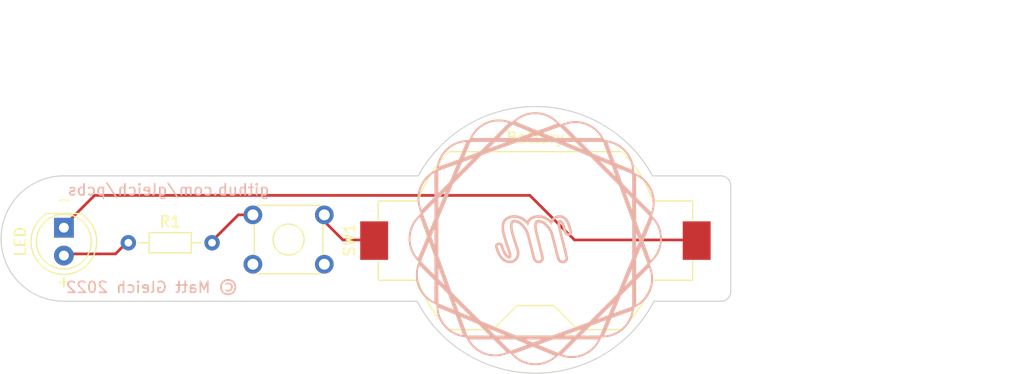
<source format=kicad_pcb>
(kicad_pcb (version 20211014) (generator pcbnew)
  (layers (0 "F.Cu" signal) (31 "B.Cu" signal) (34 "B.Paste" user) (35 "F.Paste" user) (36 "B.SilkS" user "B.Silkscreen") (37 "F.SilkS" user "F.Silkscreen") (38 "B.Mask" user) (39 "F.Mask" user) (44 "Edge.Cuts" user))
  (net 0 "")
  (net 1 "/bat_pos")
  (net 2 "/LED_cathode")
  (net 3 "/LED_anode")
  (net 4 "Net-(R1-Pad2)")
  (footprint "Resistor_THT:R_Axial_DIN0204_L3.6mm_D1.6mm_P7.62mm_Horizontal" (layer "F.Cu") (at 130.582666 76.453998)
    (fp_text reference "R1" (at 3.81 -1.92) (layer "F.SilkS"))
    (fp_text value "R")
    (pad "1" thru_hole circle (at 0 0) (size 1.4 1.4) (drill 0.7) (layers *.Cu *.Mask) (net 3 "/LED_anode"))
    (pad "2" thru_hole oval (at 7.62 0) (size 1.4 1.4) (drill 0.7) (layers *.Cu *.Mask) (net 4 "Net-(R1-Pad2)"))
  )
  (footprint "Button_Switch_THT:SW_TH_Tactile_Omron_B3F-10xx" (layer "F.Cu") (at 141.921332 73.914)
    (fp_text reference "SW1" (at 8.786 2.286 90) (layer "F.SilkS"))
    (fp_text value "SW_DPST_x2")
    (pad "1" thru_hole circle (at 0 0) (size 1.7 1.7) (drill 1) (layers *.Cu *.Mask) (net 4 "Net-(R1-Pad2)"))
    (pad "2" thru_hole circle (at 6.5 0) (size 1.7 1.7) (drill 1) (layers *.Cu *.Mask) (net 1 "/bat_pos"))
    (pad "3" thru_hole circle (at 0 4.5) (size 1.7 1.7) (drill 1) (layers *.Cu *.Mask))
    (pad "4" thru_hole circle (at 6.5 4.5) (size 1.7 1.7) (drill 1) (layers *.Cu *.Mask))
  )
  (footprint "Battery:BatteryHolder_Keystone_1058_1x2032" (layer "F.Cu") (at 167.64 76.260666)
    (fp_text reference "BT1")
    (fp_text value "Battery" (at 0 -9.398) (layer "F.SilkS"))
    (pad "1" smd rect (at -14.68 0) (size 2.54 3.51) (layers "F.Cu" "F.Paste" "F.Mask") (net 1 "/bat_pos"))
    (pad "2" smd rect (at 14.68 0) (size 2.54 3.51) (layers "F.Cu" "F.Paste" "F.Mask") (net 2 "/LED_cathode"))
  )
  (footprint "LED_THT:LED_D5.0mm" (layer "F.Cu") (at 124.714 75.082332 -90)
    (fp_text reference "D1")
    (fp_text value "LED" (at 1.27 3.96 90) (layer "F.SilkS"))
    (pad "1" thru_hole rect (at 0 0 270) (size 1.8 1.8) (drill 0.9) (layers *.Cu *.Mask) (net 2 "/LED_cathode"))
    (pad "2" thru_hole circle (at 2.54 0 270) (size 1.8 1.8) (drill 0.9) (layers *.Cu *.Mask) (net 3 "/LED_anode"))
  )
  (footprint "logo:logo" (layer "B.Cu") (at 167.64 76.073 180)
    (fp_text reference "logo")
    (fp_text value "LOGO" hide)
  )
  (gr_line (start 184.531 81.788) (end 178.435 81.788) (layer "Edge.Cuts") (width 0.1))
  (gr_line (start 124.714 81.788) (end 156.872217 81.788) (layer "Edge.Cuts") (width 0.1))
  (gr_line (start 184.531 70.358) (end 178.308 70.358) (layer "Edge.Cuts") (width 0.1))
  (gr_arc (start 185.42 80.899) (mid 185.159618 81.527618) (end 184.531 81.788) (layer "Edge.Cuts") (width 0.1))
  (gr_line (start 185.42 80.899) (end 185.42 71.247) (layer "Edge.Cuts") (width 0.1))
  (gr_arc (start 178.435 81.788) (mid 167.653609 88.347284) (end 156.872217 81.788) (layer "Edge.Cuts") (width 0.1))
  (gr_arc (start 124.714 81.788) (mid 118.999 76.073) (end 124.714 70.358) (layer "Edge.Cuts") (width 0.1))
  (gr_line (start 156.972 70.358) (end 124.714 70.358) (layer "Edge.Cuts") (width 0.1))
  (gr_arc (start 156.972 70.358) (mid 167.64 64.037139) (end 178.308 70.358) (layer "Edge.Cuts") (width 0.1))
  (gr_arc (start 184.531 70.358) (mid 185.159618 70.618382) (end 185.42 71.247) (layer "Edge.Cuts") (width 0.1))
  (gr_text "github.com/gleich/pcbs" (at 134.239 71.628) (layer "B.SilkS") (effects (font (size 1 1)) (justify mirror)))
  (gr_text "© Matt Gleich 2022" (at 132.715 80.518) (layer "B.SilkS") (effects (font (size 1 1)) (justify mirror)))
  (gr_text "+" (at 124.713538 80.01) (layer "F.SilkS") (effects (font (size 1 1))))
  (gr_text "-" (at 124.714 72.517) (layer "F.SilkS") (effects (font (size 1 1))))
  (segment (start 150.114 76.2) (end 152.96 76.2) (width 0.25) (layer "F.Cu") (net 1))
  (segment (start 147.828 73.914) (end 150.114 76.2) (width 0.25) (layer "F.Cu") (net 1))
  (segment (start 171.196 76.2) (end 182.32 76.2) (width 0.25) (layer "F.Cu") (net 2))
  (segment (start 167.132 72.136) (end 171.196 76.2) (width 0.25) (layer "F.Cu") (net 2))
  (segment (start 127.508 72.136) (end 167.132 72.136) (width 0.25) (layer "F.Cu") (net 2))
  (segment (start 124.714 74.93) (end 127.508 72.136) (width 0.25) (layer "F.Cu") (net 2))
  (segment (start 124.714 77.47) (end 129.413 77.47) (width 0.25) (layer "F.Cu") (net 3))
  (segment (start 129.413 77.47) (end 130.429 76.454) (width 0.25) (layer "F.Cu") (net 3))
  (segment (start 140.589 73.914) (end 141.328 73.914) (width 0.25) (layer "F.Cu") (net 4))
  (segment (start 138.049 76.454) (end 140.589 73.914) (width 0.25) (layer "F.Cu") (net 4))
)
</source>
